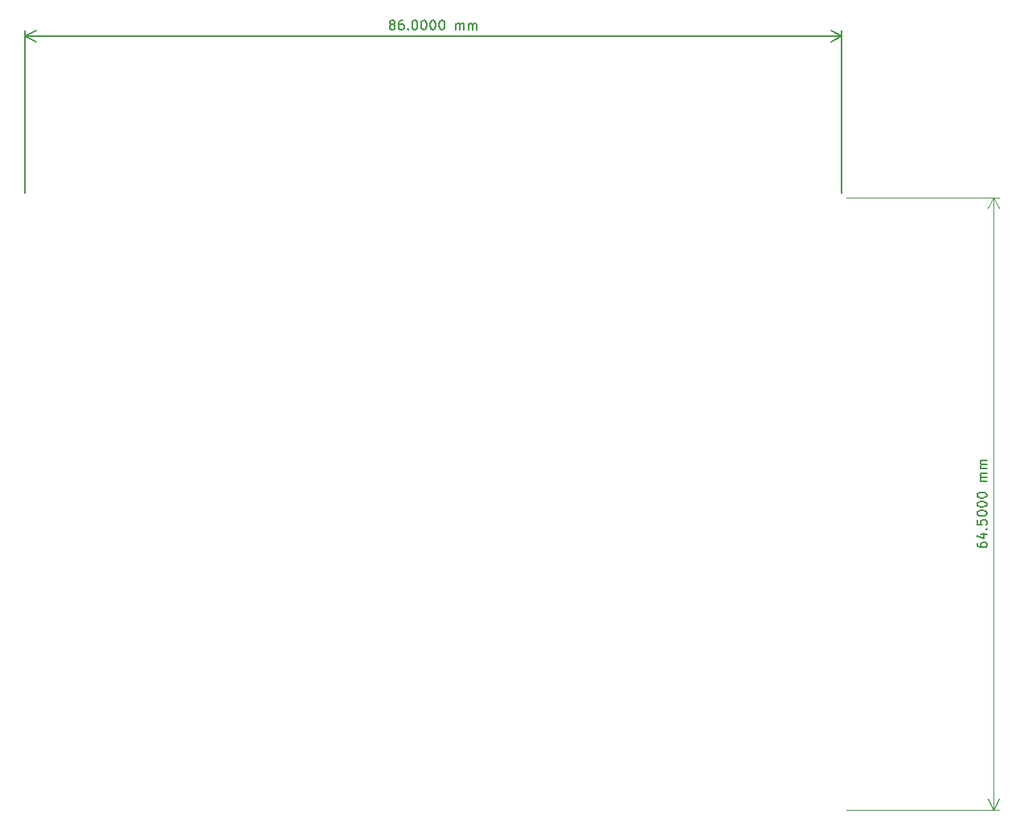
<source format=gbr>
%TF.GenerationSoftware,KiCad,Pcbnew,8.0.3*%
%TF.CreationDate,2024-06-29T17:40:48+07:00*%
%TF.ProjectId,solder-reflow,736f6c64-6572-42d7-9265-666c6f772e6b,rev?*%
%TF.SameCoordinates,Original*%
%TF.FileFunction,OtherDrawing,Comment*%
%FSLAX46Y46*%
G04 Gerber Fmt 4.6, Leading zero omitted, Abs format (unit mm)*
G04 Created by KiCad (PCBNEW 8.0.3) date 2024-06-29 17:40:48*
%MOMM*%
%LPD*%
G01*
G04 APERTURE LIST*
%ADD10C,0.150000*%
%ADD11C,0.100000*%
G04 APERTURE END LIST*
D10*
X141071429Y-48233390D02*
X140976191Y-48185771D01*
X140976191Y-48185771D02*
X140928572Y-48138152D01*
X140928572Y-48138152D02*
X140880953Y-48042914D01*
X140880953Y-48042914D02*
X140880953Y-47995295D01*
X140880953Y-47995295D02*
X140928572Y-47900057D01*
X140928572Y-47900057D02*
X140976191Y-47852438D01*
X140976191Y-47852438D02*
X141071429Y-47804819D01*
X141071429Y-47804819D02*
X141261905Y-47804819D01*
X141261905Y-47804819D02*
X141357143Y-47852438D01*
X141357143Y-47852438D02*
X141404762Y-47900057D01*
X141404762Y-47900057D02*
X141452381Y-47995295D01*
X141452381Y-47995295D02*
X141452381Y-48042914D01*
X141452381Y-48042914D02*
X141404762Y-48138152D01*
X141404762Y-48138152D02*
X141357143Y-48185771D01*
X141357143Y-48185771D02*
X141261905Y-48233390D01*
X141261905Y-48233390D02*
X141071429Y-48233390D01*
X141071429Y-48233390D02*
X140976191Y-48281009D01*
X140976191Y-48281009D02*
X140928572Y-48328628D01*
X140928572Y-48328628D02*
X140880953Y-48423866D01*
X140880953Y-48423866D02*
X140880953Y-48614342D01*
X140880953Y-48614342D02*
X140928572Y-48709580D01*
X140928572Y-48709580D02*
X140976191Y-48757200D01*
X140976191Y-48757200D02*
X141071429Y-48804819D01*
X141071429Y-48804819D02*
X141261905Y-48804819D01*
X141261905Y-48804819D02*
X141357143Y-48757200D01*
X141357143Y-48757200D02*
X141404762Y-48709580D01*
X141404762Y-48709580D02*
X141452381Y-48614342D01*
X141452381Y-48614342D02*
X141452381Y-48423866D01*
X141452381Y-48423866D02*
X141404762Y-48328628D01*
X141404762Y-48328628D02*
X141357143Y-48281009D01*
X141357143Y-48281009D02*
X141261905Y-48233390D01*
X142309524Y-47804819D02*
X142119048Y-47804819D01*
X142119048Y-47804819D02*
X142023810Y-47852438D01*
X142023810Y-47852438D02*
X141976191Y-47900057D01*
X141976191Y-47900057D02*
X141880953Y-48042914D01*
X141880953Y-48042914D02*
X141833334Y-48233390D01*
X141833334Y-48233390D02*
X141833334Y-48614342D01*
X141833334Y-48614342D02*
X141880953Y-48709580D01*
X141880953Y-48709580D02*
X141928572Y-48757200D01*
X141928572Y-48757200D02*
X142023810Y-48804819D01*
X142023810Y-48804819D02*
X142214286Y-48804819D01*
X142214286Y-48804819D02*
X142309524Y-48757200D01*
X142309524Y-48757200D02*
X142357143Y-48709580D01*
X142357143Y-48709580D02*
X142404762Y-48614342D01*
X142404762Y-48614342D02*
X142404762Y-48376247D01*
X142404762Y-48376247D02*
X142357143Y-48281009D01*
X142357143Y-48281009D02*
X142309524Y-48233390D01*
X142309524Y-48233390D02*
X142214286Y-48185771D01*
X142214286Y-48185771D02*
X142023810Y-48185771D01*
X142023810Y-48185771D02*
X141928572Y-48233390D01*
X141928572Y-48233390D02*
X141880953Y-48281009D01*
X141880953Y-48281009D02*
X141833334Y-48376247D01*
X142833334Y-48709580D02*
X142880953Y-48757200D01*
X142880953Y-48757200D02*
X142833334Y-48804819D01*
X142833334Y-48804819D02*
X142785715Y-48757200D01*
X142785715Y-48757200D02*
X142833334Y-48709580D01*
X142833334Y-48709580D02*
X142833334Y-48804819D01*
X143500000Y-47804819D02*
X143595238Y-47804819D01*
X143595238Y-47804819D02*
X143690476Y-47852438D01*
X143690476Y-47852438D02*
X143738095Y-47900057D01*
X143738095Y-47900057D02*
X143785714Y-47995295D01*
X143785714Y-47995295D02*
X143833333Y-48185771D01*
X143833333Y-48185771D02*
X143833333Y-48423866D01*
X143833333Y-48423866D02*
X143785714Y-48614342D01*
X143785714Y-48614342D02*
X143738095Y-48709580D01*
X143738095Y-48709580D02*
X143690476Y-48757200D01*
X143690476Y-48757200D02*
X143595238Y-48804819D01*
X143595238Y-48804819D02*
X143500000Y-48804819D01*
X143500000Y-48804819D02*
X143404762Y-48757200D01*
X143404762Y-48757200D02*
X143357143Y-48709580D01*
X143357143Y-48709580D02*
X143309524Y-48614342D01*
X143309524Y-48614342D02*
X143261905Y-48423866D01*
X143261905Y-48423866D02*
X143261905Y-48185771D01*
X143261905Y-48185771D02*
X143309524Y-47995295D01*
X143309524Y-47995295D02*
X143357143Y-47900057D01*
X143357143Y-47900057D02*
X143404762Y-47852438D01*
X143404762Y-47852438D02*
X143500000Y-47804819D01*
X144452381Y-47804819D02*
X144547619Y-47804819D01*
X144547619Y-47804819D02*
X144642857Y-47852438D01*
X144642857Y-47852438D02*
X144690476Y-47900057D01*
X144690476Y-47900057D02*
X144738095Y-47995295D01*
X144738095Y-47995295D02*
X144785714Y-48185771D01*
X144785714Y-48185771D02*
X144785714Y-48423866D01*
X144785714Y-48423866D02*
X144738095Y-48614342D01*
X144738095Y-48614342D02*
X144690476Y-48709580D01*
X144690476Y-48709580D02*
X144642857Y-48757200D01*
X144642857Y-48757200D02*
X144547619Y-48804819D01*
X144547619Y-48804819D02*
X144452381Y-48804819D01*
X144452381Y-48804819D02*
X144357143Y-48757200D01*
X144357143Y-48757200D02*
X144309524Y-48709580D01*
X144309524Y-48709580D02*
X144261905Y-48614342D01*
X144261905Y-48614342D02*
X144214286Y-48423866D01*
X144214286Y-48423866D02*
X144214286Y-48185771D01*
X144214286Y-48185771D02*
X144261905Y-47995295D01*
X144261905Y-47995295D02*
X144309524Y-47900057D01*
X144309524Y-47900057D02*
X144357143Y-47852438D01*
X144357143Y-47852438D02*
X144452381Y-47804819D01*
X145404762Y-47804819D02*
X145500000Y-47804819D01*
X145500000Y-47804819D02*
X145595238Y-47852438D01*
X145595238Y-47852438D02*
X145642857Y-47900057D01*
X145642857Y-47900057D02*
X145690476Y-47995295D01*
X145690476Y-47995295D02*
X145738095Y-48185771D01*
X145738095Y-48185771D02*
X145738095Y-48423866D01*
X145738095Y-48423866D02*
X145690476Y-48614342D01*
X145690476Y-48614342D02*
X145642857Y-48709580D01*
X145642857Y-48709580D02*
X145595238Y-48757200D01*
X145595238Y-48757200D02*
X145500000Y-48804819D01*
X145500000Y-48804819D02*
X145404762Y-48804819D01*
X145404762Y-48804819D02*
X145309524Y-48757200D01*
X145309524Y-48757200D02*
X145261905Y-48709580D01*
X145261905Y-48709580D02*
X145214286Y-48614342D01*
X145214286Y-48614342D02*
X145166667Y-48423866D01*
X145166667Y-48423866D02*
X145166667Y-48185771D01*
X145166667Y-48185771D02*
X145214286Y-47995295D01*
X145214286Y-47995295D02*
X145261905Y-47900057D01*
X145261905Y-47900057D02*
X145309524Y-47852438D01*
X145309524Y-47852438D02*
X145404762Y-47804819D01*
X146357143Y-47804819D02*
X146452381Y-47804819D01*
X146452381Y-47804819D02*
X146547619Y-47852438D01*
X146547619Y-47852438D02*
X146595238Y-47900057D01*
X146595238Y-47900057D02*
X146642857Y-47995295D01*
X146642857Y-47995295D02*
X146690476Y-48185771D01*
X146690476Y-48185771D02*
X146690476Y-48423866D01*
X146690476Y-48423866D02*
X146642857Y-48614342D01*
X146642857Y-48614342D02*
X146595238Y-48709580D01*
X146595238Y-48709580D02*
X146547619Y-48757200D01*
X146547619Y-48757200D02*
X146452381Y-48804819D01*
X146452381Y-48804819D02*
X146357143Y-48804819D01*
X146357143Y-48804819D02*
X146261905Y-48757200D01*
X146261905Y-48757200D02*
X146214286Y-48709580D01*
X146214286Y-48709580D02*
X146166667Y-48614342D01*
X146166667Y-48614342D02*
X146119048Y-48423866D01*
X146119048Y-48423866D02*
X146119048Y-48185771D01*
X146119048Y-48185771D02*
X146166667Y-47995295D01*
X146166667Y-47995295D02*
X146214286Y-47900057D01*
X146214286Y-47900057D02*
X146261905Y-47852438D01*
X146261905Y-47852438D02*
X146357143Y-47804819D01*
X147880953Y-48804819D02*
X147880953Y-48138152D01*
X147880953Y-48233390D02*
X147928572Y-48185771D01*
X147928572Y-48185771D02*
X148023810Y-48138152D01*
X148023810Y-48138152D02*
X148166667Y-48138152D01*
X148166667Y-48138152D02*
X148261905Y-48185771D01*
X148261905Y-48185771D02*
X148309524Y-48281009D01*
X148309524Y-48281009D02*
X148309524Y-48804819D01*
X148309524Y-48281009D02*
X148357143Y-48185771D01*
X148357143Y-48185771D02*
X148452381Y-48138152D01*
X148452381Y-48138152D02*
X148595238Y-48138152D01*
X148595238Y-48138152D02*
X148690477Y-48185771D01*
X148690477Y-48185771D02*
X148738096Y-48281009D01*
X148738096Y-48281009D02*
X148738096Y-48804819D01*
X149214286Y-48804819D02*
X149214286Y-48138152D01*
X149214286Y-48233390D02*
X149261905Y-48185771D01*
X149261905Y-48185771D02*
X149357143Y-48138152D01*
X149357143Y-48138152D02*
X149500000Y-48138152D01*
X149500000Y-48138152D02*
X149595238Y-48185771D01*
X149595238Y-48185771D02*
X149642857Y-48281009D01*
X149642857Y-48281009D02*
X149642857Y-48804819D01*
X149642857Y-48281009D02*
X149690476Y-48185771D01*
X149690476Y-48185771D02*
X149785714Y-48138152D01*
X149785714Y-48138152D02*
X149928571Y-48138152D01*
X149928571Y-48138152D02*
X150023810Y-48185771D01*
X150023810Y-48185771D02*
X150071429Y-48281009D01*
X150071429Y-48281009D02*
X150071429Y-48804819D01*
X102500000Y-66000000D02*
X102500000Y-48913580D01*
X188500000Y-66000000D02*
X188500000Y-48913580D01*
X102500000Y-49500000D02*
X188500000Y-49500000D01*
X102500000Y-49500000D02*
X188500000Y-49500000D01*
X102500000Y-49500000D02*
X103626504Y-48913579D01*
X102500000Y-49500000D02*
X103626504Y-50086421D01*
X188500000Y-49500000D02*
X187373496Y-50086421D01*
X188500000Y-49500000D02*
X187373496Y-48913579D01*
X202804819Y-102892856D02*
X202804819Y-103083332D01*
X202804819Y-103083332D02*
X202852438Y-103178570D01*
X202852438Y-103178570D02*
X202900057Y-103226189D01*
X202900057Y-103226189D02*
X203042914Y-103321427D01*
X203042914Y-103321427D02*
X203233390Y-103369046D01*
X203233390Y-103369046D02*
X203614342Y-103369046D01*
X203614342Y-103369046D02*
X203709580Y-103321427D01*
X203709580Y-103321427D02*
X203757200Y-103273808D01*
X203757200Y-103273808D02*
X203804819Y-103178570D01*
X203804819Y-103178570D02*
X203804819Y-102988094D01*
X203804819Y-102988094D02*
X203757200Y-102892856D01*
X203757200Y-102892856D02*
X203709580Y-102845237D01*
X203709580Y-102845237D02*
X203614342Y-102797618D01*
X203614342Y-102797618D02*
X203376247Y-102797618D01*
X203376247Y-102797618D02*
X203281009Y-102845237D01*
X203281009Y-102845237D02*
X203233390Y-102892856D01*
X203233390Y-102892856D02*
X203185771Y-102988094D01*
X203185771Y-102988094D02*
X203185771Y-103178570D01*
X203185771Y-103178570D02*
X203233390Y-103273808D01*
X203233390Y-103273808D02*
X203281009Y-103321427D01*
X203281009Y-103321427D02*
X203376247Y-103369046D01*
X203138152Y-101940475D02*
X203804819Y-101940475D01*
X202757200Y-102178570D02*
X203471485Y-102416665D01*
X203471485Y-102416665D02*
X203471485Y-101797618D01*
X203709580Y-101416665D02*
X203757200Y-101369046D01*
X203757200Y-101369046D02*
X203804819Y-101416665D01*
X203804819Y-101416665D02*
X203757200Y-101464284D01*
X203757200Y-101464284D02*
X203709580Y-101416665D01*
X203709580Y-101416665D02*
X203804819Y-101416665D01*
X202804819Y-100464285D02*
X202804819Y-100940475D01*
X202804819Y-100940475D02*
X203281009Y-100988094D01*
X203281009Y-100988094D02*
X203233390Y-100940475D01*
X203233390Y-100940475D02*
X203185771Y-100845237D01*
X203185771Y-100845237D02*
X203185771Y-100607142D01*
X203185771Y-100607142D02*
X203233390Y-100511904D01*
X203233390Y-100511904D02*
X203281009Y-100464285D01*
X203281009Y-100464285D02*
X203376247Y-100416666D01*
X203376247Y-100416666D02*
X203614342Y-100416666D01*
X203614342Y-100416666D02*
X203709580Y-100464285D01*
X203709580Y-100464285D02*
X203757200Y-100511904D01*
X203757200Y-100511904D02*
X203804819Y-100607142D01*
X203804819Y-100607142D02*
X203804819Y-100845237D01*
X203804819Y-100845237D02*
X203757200Y-100940475D01*
X203757200Y-100940475D02*
X203709580Y-100988094D01*
X202804819Y-99797618D02*
X202804819Y-99702380D01*
X202804819Y-99702380D02*
X202852438Y-99607142D01*
X202852438Y-99607142D02*
X202900057Y-99559523D01*
X202900057Y-99559523D02*
X202995295Y-99511904D01*
X202995295Y-99511904D02*
X203185771Y-99464285D01*
X203185771Y-99464285D02*
X203423866Y-99464285D01*
X203423866Y-99464285D02*
X203614342Y-99511904D01*
X203614342Y-99511904D02*
X203709580Y-99559523D01*
X203709580Y-99559523D02*
X203757200Y-99607142D01*
X203757200Y-99607142D02*
X203804819Y-99702380D01*
X203804819Y-99702380D02*
X203804819Y-99797618D01*
X203804819Y-99797618D02*
X203757200Y-99892856D01*
X203757200Y-99892856D02*
X203709580Y-99940475D01*
X203709580Y-99940475D02*
X203614342Y-99988094D01*
X203614342Y-99988094D02*
X203423866Y-100035713D01*
X203423866Y-100035713D02*
X203185771Y-100035713D01*
X203185771Y-100035713D02*
X202995295Y-99988094D01*
X202995295Y-99988094D02*
X202900057Y-99940475D01*
X202900057Y-99940475D02*
X202852438Y-99892856D01*
X202852438Y-99892856D02*
X202804819Y-99797618D01*
X202804819Y-98845237D02*
X202804819Y-98749999D01*
X202804819Y-98749999D02*
X202852438Y-98654761D01*
X202852438Y-98654761D02*
X202900057Y-98607142D01*
X202900057Y-98607142D02*
X202995295Y-98559523D01*
X202995295Y-98559523D02*
X203185771Y-98511904D01*
X203185771Y-98511904D02*
X203423866Y-98511904D01*
X203423866Y-98511904D02*
X203614342Y-98559523D01*
X203614342Y-98559523D02*
X203709580Y-98607142D01*
X203709580Y-98607142D02*
X203757200Y-98654761D01*
X203757200Y-98654761D02*
X203804819Y-98749999D01*
X203804819Y-98749999D02*
X203804819Y-98845237D01*
X203804819Y-98845237D02*
X203757200Y-98940475D01*
X203757200Y-98940475D02*
X203709580Y-98988094D01*
X203709580Y-98988094D02*
X203614342Y-99035713D01*
X203614342Y-99035713D02*
X203423866Y-99083332D01*
X203423866Y-99083332D02*
X203185771Y-99083332D01*
X203185771Y-99083332D02*
X202995295Y-99035713D01*
X202995295Y-99035713D02*
X202900057Y-98988094D01*
X202900057Y-98988094D02*
X202852438Y-98940475D01*
X202852438Y-98940475D02*
X202804819Y-98845237D01*
X202804819Y-97892856D02*
X202804819Y-97797618D01*
X202804819Y-97797618D02*
X202852438Y-97702380D01*
X202852438Y-97702380D02*
X202900057Y-97654761D01*
X202900057Y-97654761D02*
X202995295Y-97607142D01*
X202995295Y-97607142D02*
X203185771Y-97559523D01*
X203185771Y-97559523D02*
X203423866Y-97559523D01*
X203423866Y-97559523D02*
X203614342Y-97607142D01*
X203614342Y-97607142D02*
X203709580Y-97654761D01*
X203709580Y-97654761D02*
X203757200Y-97702380D01*
X203757200Y-97702380D02*
X203804819Y-97797618D01*
X203804819Y-97797618D02*
X203804819Y-97892856D01*
X203804819Y-97892856D02*
X203757200Y-97988094D01*
X203757200Y-97988094D02*
X203709580Y-98035713D01*
X203709580Y-98035713D02*
X203614342Y-98083332D01*
X203614342Y-98083332D02*
X203423866Y-98130951D01*
X203423866Y-98130951D02*
X203185771Y-98130951D01*
X203185771Y-98130951D02*
X202995295Y-98083332D01*
X202995295Y-98083332D02*
X202900057Y-98035713D01*
X202900057Y-98035713D02*
X202852438Y-97988094D01*
X202852438Y-97988094D02*
X202804819Y-97892856D01*
X203804819Y-96369046D02*
X203138152Y-96369046D01*
X203233390Y-96369046D02*
X203185771Y-96321427D01*
X203185771Y-96321427D02*
X203138152Y-96226189D01*
X203138152Y-96226189D02*
X203138152Y-96083332D01*
X203138152Y-96083332D02*
X203185771Y-95988094D01*
X203185771Y-95988094D02*
X203281009Y-95940475D01*
X203281009Y-95940475D02*
X203804819Y-95940475D01*
X203281009Y-95940475D02*
X203185771Y-95892856D01*
X203185771Y-95892856D02*
X203138152Y-95797618D01*
X203138152Y-95797618D02*
X203138152Y-95654761D01*
X203138152Y-95654761D02*
X203185771Y-95559522D01*
X203185771Y-95559522D02*
X203281009Y-95511903D01*
X203281009Y-95511903D02*
X203804819Y-95511903D01*
X203804819Y-95035713D02*
X203138152Y-95035713D01*
X203233390Y-95035713D02*
X203185771Y-94988094D01*
X203185771Y-94988094D02*
X203138152Y-94892856D01*
X203138152Y-94892856D02*
X203138152Y-94749999D01*
X203138152Y-94749999D02*
X203185771Y-94654761D01*
X203185771Y-94654761D02*
X203281009Y-94607142D01*
X203281009Y-94607142D02*
X203804819Y-94607142D01*
X203281009Y-94607142D02*
X203185771Y-94559523D01*
X203185771Y-94559523D02*
X203138152Y-94464285D01*
X203138152Y-94464285D02*
X203138152Y-94321428D01*
X203138152Y-94321428D02*
X203185771Y-94226189D01*
X203185771Y-94226189D02*
X203281009Y-94178570D01*
X203281009Y-94178570D02*
X203804819Y-94178570D01*
D11*
X189000000Y-131000000D02*
X205086420Y-131000000D01*
X189000000Y-66500000D02*
X205086420Y-66500000D01*
X204500000Y-131000000D02*
X204500000Y-66500000D01*
X204500000Y-131000000D02*
X204500000Y-66500000D01*
X204500000Y-131000000D02*
X203913579Y-129873496D01*
X204500000Y-131000000D02*
X205086421Y-129873496D01*
X204500000Y-66500000D02*
X205086421Y-67626504D01*
X204500000Y-66500000D02*
X203913579Y-67626504D01*
M02*

</source>
